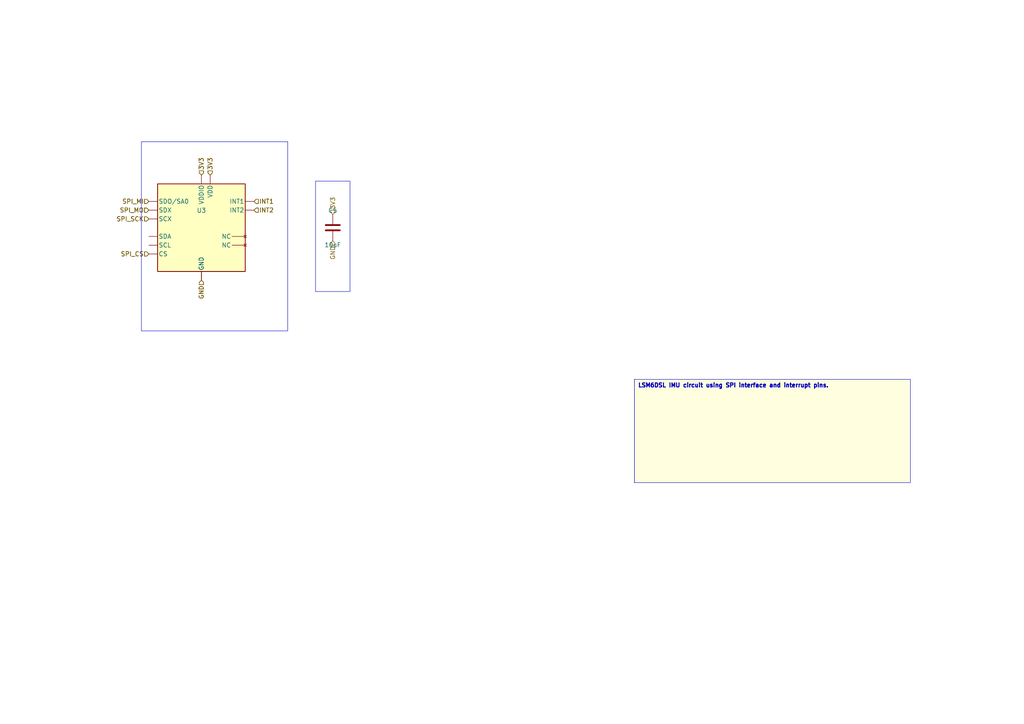
<source format=kicad_sch>
(kicad_sch (version 20250114) (generator "kicad_api") (generator_version 9.0)
  (paper A4)
  (paper A4)
  (lib_symbols
    (symbol "Device:C" (pin_numbers hide) (pin_names (offset 0.254))
      (property "Reference" "C" (at 0.0 0.0 0))
      (property "Value" "C" (at 0.0 0.0 0))
      (symbol "C_0_1"
        (polyline (pts (xy -2.032 0.762) (xy 2.032 0.762)) (stroke (width 0.508)))
        (polyline (pts (xy -2.032 -0.762) (xy 2.032 -0.762)) (stroke (width 0.508)))
      )
      (symbol "C_1_1"
        (pin passive line (at 0.0 3.81 270) (length 2.794) (name ~) (number "1"))
        (pin passive line (at 0.0 -3.81 90) (length 2.794) (name ~) (number "2"))
      )
    )
    (symbol "Sensor_Motion:LSM6DSL" (pin_numbers hide) (pin_names (offset 0.254))
      (property "Reference" "U" (at 0.0 0.0 0))
      (property "Value" "LSM6DSL" (at 0.0 0.0 0))
      (symbol "LSM6DSL_0_1"
        (rectangle (start -12.7 12.7) (end 12.7 -12.7) (stroke (width 0.254)) (fill (type background)))
      )
      (symbol "LSM6DSL_1_1"
        (pin bidirectional line (at -15.24 7.62 0) (length 2.54) (name "SDO/SA0") (number "1"))
        (pin bidirectional line (at -15.24 5.08 0) (length 2.54) (name SDX) (number "2"))
        (pin input line (at -15.24 2.54 0) (length 2.54) (name SCX) (number "3"))
        (pin bidirectional line (at -15.24 -2.54 0) (length 2.54) (name SDA) (number "14"))
        (pin input line (at -15.24 -5.08 0) (length 2.54) (name SCL) (number "13"))
        (pin input line (at -15.24 -7.62 0) (length 2.54) (name CS) (number "12"))
        (pin power_in line (at 0.0 15.24 270) (length 2.54) (name VDDIO) (number "5"))
        (pin power_in line (at 0.0 -15.24 90) (length 2.54) (name GND) (number "6"))
        (pin passive line (at 0.0 -15.24 90) (length 2.54) (name GND) (number "7"))
        (pin power_in line (at 2.54 15.24 270) (length 2.54) (name VDD) (number "8"))
        (pin no_connect line (at 12.7 -2.54 180) (length 3.81) (name NC) (number "11"))
        (pin no_connect line (at 12.7 -5.08 180) (length 3.81) (name NC) (number "10"))
        (pin output line (at 15.24 7.62 180) (length 2.54) (name INT1) (number "4"))
        (pin output line (at 15.24 5.08 180) (length 2.54) (name INT2) (number "9"))
      )
    )
  )
  (title_block (title IMU_Circuit) (date 2025-07-29) (company Circuit-Synth))
  (symbol (lib_id Sensor_Motion:LSM6DSL) (at 58.42 66.04 0)
    (property "Reference" "U3" (at 58.42 61.040000000000006 0))
    (property "Footprint" "Package_LGA:LGA-14_3x2.5mm_P0.5mm_LayoutBorder3x4y" (effects (hide yes)))
    (instances (project "circuit" (path "" (reference U3) (unit 1))) (project "example_kicad_project" (path "" (reference U3) (unit 1))))
  )
  (symbol (lib_id Device:C) (at 96.52 66.04 0)
    (property "Reference" "C5" (at 96.52 61.040000000000006 0))
    (property "Value" "10uF" (at 96.52 71.04 0))
    (property "Footprint" "Capacitor_SMD:C_0603_1608Metric" (effects (hide yes)))
    (instances (project "circuit" (path "" (reference C5) (unit 1))) (project "example_kicad_project" (path "" (reference C5) (unit 1))))
  )
  (hierarchical_label SPI_MI (shape input) (at 43.18 58.42000000000001 180))
  (hierarchical_label SPI_MI (shape input) (at 43.18 58.42000000000001 180))
  (hierarchical_label SPI_MO (shape input) (at 43.18 60.96000000000001 180))
  (hierarchical_label SPI_MO (shape input) (at 43.18 60.96000000000001 180))
  (hierarchical_label SPI_SCK (shape input) (at 43.18 63.50000000000001 180))
  (hierarchical_label SPI_SCK (shape input) (at 43.18 63.50000000000001 180))
  (hierarchical_label SPI_CS (shape input) (at 43.18 73.66000000000001 180))
  (hierarchical_label SPI_CS (shape input) (at 43.18 73.66000000000001 180))
  (hierarchical_label 3V3 (shape input) (at 58.42 50.800000000000004 90))
  (hierarchical_label 3V3 (shape input) (at 60.96 50.800000000000004 90))
  (hierarchical_label 3V3 (shape input) (at 58.42 50.800000000000004 90))
  (hierarchical_label 3V3 (shape input) (at 60.96 50.800000000000004 90))
  (hierarchical_label 3V3 (shape input) (at 96.52 62.230000000000004 90))
  (hierarchical_label GND (shape input) (at 58.42 81.28 270))
  (hierarchical_label GND (shape input) (at 58.42 81.28 270))
  (hierarchical_label GND (shape input) (at 96.52 69.85000000000001 270))
  (hierarchical_label INT1 (shape input) (at 73.66 58.42000000000001 0))
  (hierarchical_label INT1 (shape input) (at 73.66 58.42000000000001 0))
  (hierarchical_label INT2 (shape input) (at 73.66 60.96000000000001 0))
  (hierarchical_label INT2 (shape input) (at 73.66 60.96000000000001 0))
  (rectangle (start 41.021 41.101000000000006) (end 83.43900000000001 95.97900000000001) (stroke (width 0.127)))
  (rectangle (start 91.52 52.531000000000006) (end 101.52 84.549) (stroke (width 0.127)))
  (text_box "LSM6DSL IMU circuit using SPI interface and interrupt pins." (exclude_from_sim yes) (at 184.0 110.0 0) (size 80.0 30.0) (margins 1.0 1.0 1.0 1.0) (stroke (width 0.1)) (fill (type color) (color 255 255 224 1)) (effects (font (size 1.2 1.2) (thickness 0.254)) (justify left top)))
  (text_box "LSM6DSL IMU circuit using SPI interface and interrupt pins." (exclude_from_sim yes) (at 184.0 110.0 0) (size 80.0 30.0) (margins 1.0 1.0 1.0 1.0) (stroke (width 0.1)) (fill (type color) (color 255 255 224 1)) (effects (font (size 1.2 1.2) (thickness 0.254)) (justify left top)))
)
</source>
